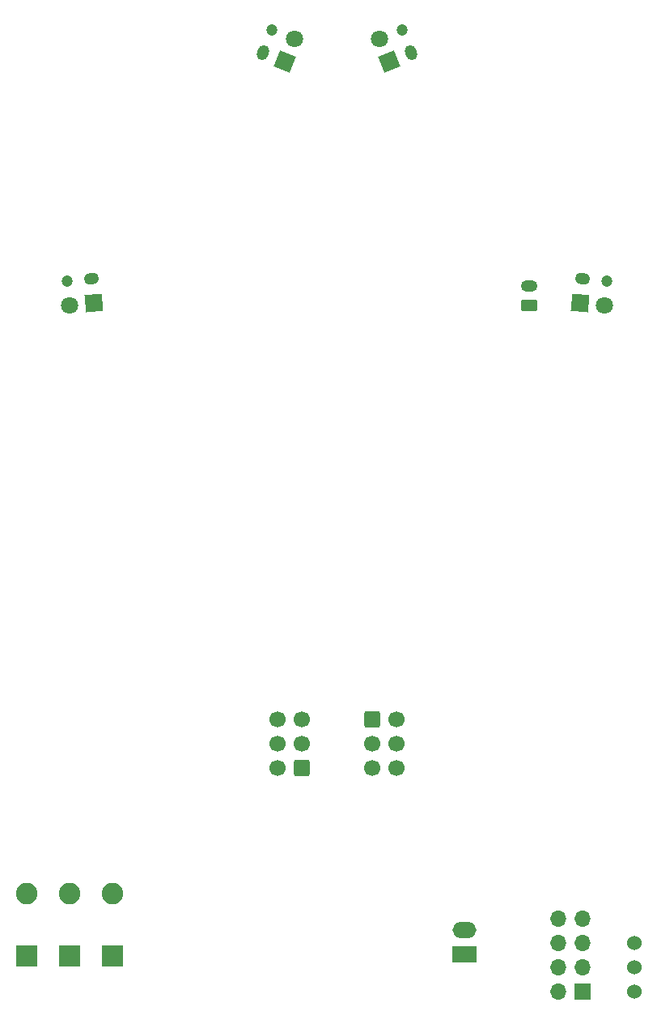
<source format=gbs>
G04 #@! TF.GenerationSoftware,KiCad,Pcbnew,7.0.9-7.0.9~ubuntu22.04.1*
G04 #@! TF.CreationDate,2023-12-19T11:18:58+09:00*
G04 #@! TF.ProjectId,fast_respect,66617374-5f72-4657-9370-6563742e6b69,rev?*
G04 #@! TF.SameCoordinates,Original*
G04 #@! TF.FileFunction,Soldermask,Bot*
G04 #@! TF.FilePolarity,Negative*
%FSLAX46Y46*%
G04 Gerber Fmt 4.6, Leading zero omitted, Abs format (unit mm)*
G04 Created by KiCad (PCBNEW 7.0.9-7.0.9~ubuntu22.04.1) date 2023-12-19 11:18:58*
%MOMM*%
%LPD*%
G01*
G04 APERTURE LIST*
G04 Aperture macros list*
%AMRoundRect*
0 Rectangle with rounded corners*
0 $1 Rounding radius*
0 $2 $3 $4 $5 $6 $7 $8 $9 X,Y pos of 4 corners*
0 Add a 4 corners polygon primitive as box body*
4,1,4,$2,$3,$4,$5,$6,$7,$8,$9,$2,$3,0*
0 Add four circle primitives for the rounded corners*
1,1,$1+$1,$2,$3*
1,1,$1+$1,$4,$5*
1,1,$1+$1,$6,$7*
1,1,$1+$1,$8,$9*
0 Add four rect primitives between the rounded corners*
20,1,$1+$1,$2,$3,$4,$5,0*
20,1,$1+$1,$4,$5,$6,$7,0*
20,1,$1+$1,$6,$7,$8,$9,0*
20,1,$1+$1,$8,$9,$2,$3,0*%
%AMHorizOval*
0 Thick line with rounded ends*
0 $1 width*
0 $2 $3 position (X,Y) of the first rounded end (center of the circle)*
0 $4 $5 position (X,Y) of the second rounded end (center of the circle)*
0 Add line between two ends*
20,1,$1,$2,$3,$4,$5,0*
0 Add two circle primitives to create the rounded ends*
1,1,$1,$2,$3*
1,1,$1,$4,$5*%
%AMRotRect*
0 Rectangle, with rotation*
0 The origin of the aperture is its center*
0 $1 length*
0 $2 width*
0 $3 Rotation angle, in degrees counterclockwise*
0 Add horizontal line*
21,1,$1,$2,0,0,$3*%
%AMFreePoly0*
4,1,5,0.850000,-1.250000,-0.850000,-1.250000,-0.850000,1.250000,0.850000,1.250000,0.850000,-1.250000,0.850000,-1.250000,$1*%
G04 Aperture macros list end*
%ADD10RotRect,1.800000X1.800000X185.000000*%
%ADD11C,1.800000*%
%ADD12HorizOval,1.200000X0.199239X-0.017431X-0.199239X0.017431X0*%
%ADD13HorizOval,1.200000X0.000000X0.000000X0.000000X0.000000X0*%
%ADD14R,1.700000X1.700000*%
%ADD15O,1.700000X1.700000*%
%ADD16RoundRect,0.250000X0.625000X-0.350000X0.625000X0.350000X-0.625000X0.350000X-0.625000X-0.350000X0*%
%ADD17O,1.750000X1.200000*%
%ADD18RotRect,1.800000X1.800000X68.000000*%
%ADD19O,2.500000X1.700000*%
%ADD20FreePoly0,270.000000*%
%ADD21RoundRect,0.250000X0.600000X0.600000X-0.600000X0.600000X-0.600000X-0.600000X0.600000X-0.600000X0*%
%ADD22C,1.700000*%
%ADD23R,2.250000X2.250000*%
%ADD24C,2.250000*%
%ADD25HorizOval,1.200000X0.074921X0.185437X-0.074921X-0.185437X0*%
%ADD26HorizOval,1.200000X0.000000X0.000000X0.000000X0.000000X0*%
%ADD27RotRect,1.800000X1.800000X112.000000*%
%ADD28HorizOval,1.200000X-0.199239X-0.017431X0.199239X0.017431X0*%
%ADD29HorizOval,1.200000X0.000000X0.000000X0.000000X0.000000X0*%
%ADD30RotRect,1.800000X1.800000X355.000000*%
%ADD31C,1.524000*%
%ADD32RoundRect,0.250000X-0.600000X-0.600000X0.600000X-0.600000X0.600000X0.600000X-0.600000X0.600000X0*%
%ADD33HorizOval,1.200000X-0.074921X0.185437X0.074921X-0.185437X0*%
%ADD34HorizOval,1.200000X0.000000X0.000000X0.000000X0.000000X0*%
G04 APERTURE END LIST*
D10*
X114530000Y-75779000D03*
D11*
X111999665Y-76000376D03*
D12*
X165691000Y-73248000D03*
D13*
X168221335Y-73469376D03*
D14*
X165700000Y-147730000D03*
D15*
X163160000Y-147730000D03*
X165700000Y-145190000D03*
X163160000Y-145190000D03*
X165700000Y-142650000D03*
X163160000Y-142650000D03*
X165700000Y-140110000D03*
X163160000Y-140110000D03*
D16*
X160080000Y-76000000D03*
D17*
X160080000Y-74000000D03*
D18*
X134573000Y-50539000D03*
D11*
X135524501Y-48183953D03*
D19*
X153350000Y-141330000D03*
D20*
X153350000Y-143870000D03*
D21*
X136320000Y-124380000D03*
D22*
X133780000Y-124380000D03*
X136320000Y-121840000D03*
X133780000Y-121840000D03*
X136320000Y-119300000D03*
X133780000Y-119300000D03*
D23*
X107500000Y-144000000D03*
D24*
X107500000Y-137500000D03*
D25*
X132218000Y-49588000D03*
D26*
X133169501Y-47232953D03*
D23*
X112000000Y-144000000D03*
D24*
X112000000Y-137500000D03*
D27*
X145427000Y-50539000D03*
D11*
X144475499Y-48183953D03*
D28*
X114309000Y-73248000D03*
D29*
X111778665Y-73469376D03*
D30*
X165470000Y-75779000D03*
D11*
X168000335Y-76000376D03*
D31*
X171120000Y-142650000D03*
X171120000Y-145190000D03*
X171120000Y-147730000D03*
D32*
X143680000Y-119300000D03*
D22*
X146220000Y-119300000D03*
X143680000Y-121840000D03*
X146220000Y-121840000D03*
X143680000Y-124380000D03*
X146220000Y-124380000D03*
D23*
X116500000Y-144000000D03*
D24*
X116500000Y-137500000D03*
D33*
X147782000Y-49588000D03*
D34*
X146830499Y-47232953D03*
M02*

</source>
